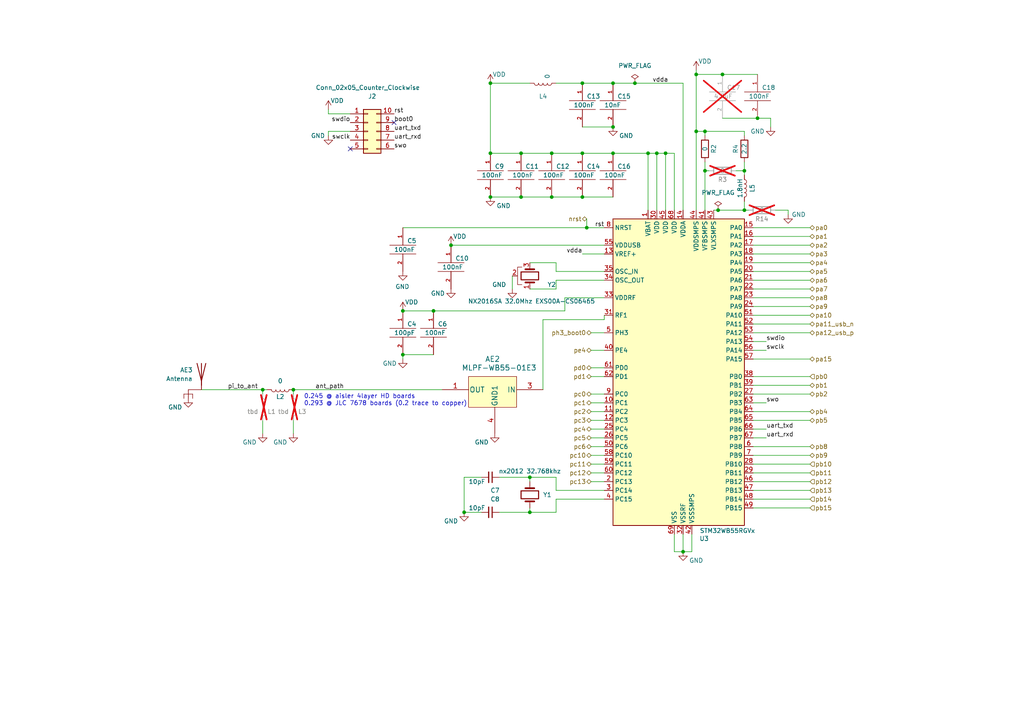
<source format=kicad_sch>
(kicad_sch (version 20231120) (generator "eeschema") (generator_version "8.0")
  (paper "A4")
  (title_block (date "2024-10-14") (rev "1.0.0") (company "ws"))
  (lib_symbols
    (symbol "Connector_Generic:Conn_02x05_Counter_Clockwise" (pin_names (offset 1.016) hide)
      (property "Reference" "J" (at 1.27 7.62 0))
      (property "Value" "Conn_02x05_Counter_Clockwise" (at 1.27 -7.62 0))
      (symbol "Conn_02x05_Counter_Clockwise_1_1"
        (rectangle (start -1.27 -4.953) (end 0 -5.207) (stroke (width 0.1524)))
        (rectangle (start -1.27 -2.413) (end 0 -2.667) (stroke (width 0.1524)))
        (rectangle (start -1.27 0.127) (end 0 -0.127) (stroke (width 0.1524)))
        (rectangle (start -1.27 2.667) (end 0 2.413) (stroke (width 0.1524)))
        (rectangle (start -1.27 5.207) (end 0 4.953) (stroke (width 0.1524)))
        (rectangle (start -1.27 6.35) (end 3.81 -6.35) (stroke (width 0.254)) (fill (type background)))
        (rectangle (start 3.81 -4.953) (end 2.54 -5.207) (stroke (width 0.1524)))
        (rectangle (start 3.81 -2.413) (end 2.54 -2.667) (stroke (width 0.1524)))
        (rectangle (start 3.81 0.127) (end 2.54 -0.127) (stroke (width 0.1524)))
        (rectangle (start 3.81 2.667) (end 2.54 2.413) (stroke (width 0.1524)))
        (rectangle (start 3.81 5.207) (end 2.54 4.953) (stroke (width 0.1524)))
        (pin passive line (at -5.08 5.08 0) (length 3.81) (name "Pin_1") (number "1"))
        (pin passive line (at 7.62 5.08 180) (length 3.81) (name "Pin_10") (number "10"))
        (pin passive line (at -5.08 2.54 0) (length 3.81) (name "Pin_2") (number "2"))
        (pin passive line (at -5.08 0 0) (length 3.81) (name "Pin_3") (number "3"))
        (pin passive line (at -5.08 -2.54 0) (length 3.81) (name "Pin_4") (number "4"))
        (pin passive line (at -5.08 -5.08 0) (length 3.81) (name "Pin_5") (number "5"))
        (pin passive line (at 7.62 -5.08 180) (length 3.81) (name "Pin_6") (number "6"))
        (pin passive line (at 7.62 -2.54 180) (length 3.81) (name "Pin_7") (number "7"))
        (pin passive line (at 7.62 0 180) (length 3.81) (name "Pin_8") (number "8"))
        (pin passive line (at 7.62 2.54 180) (length 3.81) (name "Pin_9") (number "9"))
      )
    )
    (symbol "Device:Antenna" (pin_numbers hide) (pin_names (offset 1.016) hide)
      (property "Reference" "AE3" (at -2.54 0.6351 0))
      (property "Value" "Antenna" (at -2.54 -1.9049 0))
      (symbol "Antenna_0_1"
        (polyline (pts (xy -5.08 -6.35) (xy -5.08 -7.62)))
        (polyline (pts (xy -3.81 -5.08) (xy 0 -5.08)))
        (polyline (pts (xy -2.54 -6.35) (xy -5.08 -6.35)))
        (polyline (pts (xy -2.54 -6.35) (xy -2.54 -7.62)))
        (polyline (pts (xy 0 2.54) (xy 0 -3.81)) (stroke (width 0.254)))
        (polyline (pts (xy 1.27 2.54) (xy 0 -2.54) (xy -1.27 2.54)) (stroke (width 0.254)))
      )
      (symbol "Antenna_1_1"
        (pin input line (at 0 -5.08 90) (length 2.54) (name "A") (number "1"))
        (pin unspecified line (at -3.81 -7.62 90) (length 2.54) (name "gnd") (number "2"))
      )
    )
    (symbol "Device:C_Small" (pin_numbers hide) (pin_names (offset 0.254) hide)
      (property "Reference" "C" (at 0.254 1.778 0))
      (property "Value" "C_Small" (at 0.254 -2.032 0))
      (symbol "C_Small_0_1"
        (polyline (pts (xy -1.524 -0.508) (xy 1.524 -0.508)) (stroke (width 0.3302)))
        (polyline (pts (xy -1.524 0.508) (xy 1.524 0.508)) (stroke (width 0.3048)))
      )
      (symbol "C_Small_1_1"
        (pin passive line (at 0 2.54 270) (length 2.032) (name "~") (number "1"))
        (pin passive line (at 0 -2.54 90) (length 2.032) (name "~") (number "2"))
      )
    )
    (symbol "Device:Crystal" (pin_numbers hide) (pin_names (offset 1.016) hide)
      (property "Reference" "Y" (at 0 3.81 0))
      (property "Value" "Crystal" (at 0 -3.81 0))
      (symbol "Crystal_0_1"
        (rectangle (start -1.143 2.54) (end 1.143 -2.54) (stroke (width 0.3048)))
        (polyline (pts (xy -2.54 0) (xy -1.905 0)))
        (polyline (pts (xy -1.905 -1.27) (xy -1.905 1.27)) (stroke (width 0.508)))
        (polyline (pts (xy 1.905 -1.27) (xy 1.905 1.27)) (stroke (width 0.508)))
        (polyline (pts (xy 2.54 0) (xy 1.905 0)))
      )
      (symbol "Crystal_1_1"
        (pin passive line (at -3.81 0 0) (length 1.27) (name "1") (number "1"))
        (pin passive line (at 3.81 0 180) (length 1.27) (name "2") (number "2"))
      )
    )
    (symbol "Device:Crystal_GND2" (pin_names (offset 1.016) hide)
      (property "Reference" "Y" (at 0 5.715 0))
      (property "Value" "Crystal_GND2" (at 0 3.81 0))
      (symbol "Crystal_GND2_0_1"
        (rectangle (start -1.143 2.54) (end 1.143 -2.54) (stroke (width 0.3048)))
        (polyline (pts (xy -2.54 0) (xy -1.905 0)))
        (polyline (pts (xy -1.905 -1.27) (xy -1.905 1.27)) (stroke (width 0.508)))
        (polyline (pts (xy 0 -3.81) (xy 0 -3.556)))
        (polyline (pts (xy 1.905 0) (xy 2.54 0)))
        (polyline (pts (xy 1.905 1.27) (xy 1.905 -1.27)) (stroke (width 0.508)))
        (polyline (pts (xy -2.54 -2.286) (xy -2.54 -3.556) (xy 2.54 -3.556) (xy 2.54 -2.286)))
      )
      (symbol "Crystal_GND2_1_1"
        (pin passive line (at -3.81 0 0) (length 1.27) (name "1") (number "1"))
        (pin passive line (at 0 -5.08 90) (length 1.27) (name "2") (number "2"))
        (pin passive line (at 3.81 0 180) (length 1.27) (name "3") (number "3"))
      )
    )
    (symbol "Device:L" (pin_numbers hide) (pin_names (offset 1.016) hide)
      (property "Reference" "L" (at -1.27 0 90))
      (property "Value" "L" (at 1.905 0 90))
      (symbol "L_0_1"
        (arc (start 0 -2.54) (mid 0.6323 -1.905) (end 0 -1.27))
        (arc (start 0 -1.27) (mid 0.6323 -0.635) (end 0 0))
        (arc (start 0 0) (mid 0.6323 0.635) (end 0 1.27))
        (arc (start 0 1.27) (mid 0.6323 1.905) (end 0 2.54))
      )
      (symbol "L_1_1"
        (pin passive line (at 0 3.81 270) (length 1.27) (name "1") (number "1"))
        (pin passive line (at 0 -3.81 90) (length 1.27) (name "2") (number "2"))
      )
    )
    (symbol "Device:R" (pin_numbers hide) (pin_names (offset 0))
      (property "Reference" "R" (at 2.032 0 90))
      (property "Value" "R" (at 0 0 90))
      (symbol "R_0_1"
        (rectangle (start -1.016 -2.54) (end 1.016 2.54) (stroke (width 0.254)))
      )
      (symbol "R_1_1"
        (pin passive line (at 0 3.81 270) (length 1.27) (name "~") (number "1"))
        (pin passive line (at 0 -3.81 90) (length 1.27) (name "~") (number "2"))
      )
    )
    (symbol "MCU_ST_STM32WB:STM32WB55RGVx"
      (property "Reference" "U10" (at 7.2741 -46.99 0))
      (property "Value" "STM32WB55RGVx" (at 7.2741 -48.26 0))
      (symbol "STM32WB55RGVx_0_1"
        (rectangle (start -17.78 45.72) (end 20.32 -43.18) (stroke (width 0.254)) (fill (type background)))
      )
      (symbol "STM32WB55RGVx_1_1"
        (pin power_in line (at -7.62 48.26 270) (length 2.54) (name "VBAT") (number "1"))
        (pin bidirectional line (at -20.32 -7.62 0) (length 2.54) (name "PC1") (number "10"))
        (pin bidirectional line (at -20.32 -10.16 0) (length 2.54) (name "PC2") (number "11"))
        (pin bidirectional line (at -20.32 -12.7 0) (length 2.54) (name "PC3") (number "12"))
        (pin input line (at -20.32 35.56 0) (length 2.54) (name "VREF+") (number "13"))
        (pin power_in line (at 2.54 48.26 270) (length 2.54) (name "VDDA") (number "14"))
        (pin bidirectional line (at 22.86 43.18 180) (length 2.54) (name "PA0") (number "15"))
        (pin bidirectional line (at 22.86 40.64 180) (length 2.54) (name "PA1") (number "16"))
        (pin bidirectional line (at 22.86 38.1 180) (length 2.54) (name "PA2") (number "17"))
        (pin bidirectional line (at 22.86 35.56 180) (length 2.54) (name "PA3") (number "18"))
        (pin bidirectional line (at 22.86 33.02 180) (length 2.54) (name "PA4") (number "19"))
        (pin bidirectional line (at -20.32 -30.48 0) (length 2.54) (name "PC13") (number "2"))
        (pin bidirectional line (at 22.86 30.48 180) (length 2.54) (name "PA5") (number "20"))
        (pin bidirectional line (at 22.86 27.94 180) (length 2.54) (name "PA6") (number "21"))
        (pin bidirectional line (at 22.86 25.4 180) (length 2.54) (name "PA7") (number "22"))
        (pin bidirectional line (at 22.86 22.86 180) (length 2.54) (name "PA8") (number "23"))
        (pin bidirectional line (at 22.86 20.32 180) (length 2.54) (name "PA9") (number "24"))
        (pin bidirectional line (at -20.32 -15.24 0) (length 2.54) (name "PC4") (number "25"))
        (pin bidirectional line (at -20.32 -17.78 0) (length 2.54) (name "PC5") (number "26"))
        (pin bidirectional line (at 22.86 -5.08 180) (length 2.54) (name "PB2") (number "27"))
        (pin bidirectional line (at 22.86 -25.4 180) (length 2.54) (name "PB10") (number "28"))
        (pin bidirectional line (at 22.86 -27.94 180) (length 2.54) (name "PB11") (number "29"))
        (pin bidirectional line (at -20.32 -33.02 0) (length 2.54) (name "PC14") (number "3"))
        (pin power_in line (at -5.08 48.26 270) (length 2.54) (name "VDD") (number "30"))
        (pin bidirectional line (at -20.32 17.78 0) (length 2.54) (name "RF1") (number "31"))
        (pin power_in line (at 2.54 -45.72 90) (length 2.54) (name "VSSRF") (number "32"))
        (pin power_in line (at -20.32 22.86 0) (length 2.54) (name "VDDRF") (number "33"))
        (pin input line (at -20.32 27.94 0) (length 2.54) (name "OSC_OUT") (number "34"))
        (pin input line (at -20.32 30.48 0) (length 2.54) (name "OSC_IN") (number "35"))
        (pin no_connect line (at -17.78 -43.18 0) (length 2.54) hide (name "AT0") (number "36"))
        (pin no_connect line (at -17.78 -40.64 0) (length 2.54) hide (name "AT1") (number "37"))
        (pin bidirectional line (at 22.86 0 180) (length 2.54) (name "PB0") (number "38"))
        (pin bidirectional line (at 22.86 -2.54 180) (length 2.54) (name "PB1") (number "39"))
        (pin bidirectional line (at -20.32 -35.56 0) (length 2.54) (name "PC15") (number "4"))
        (pin bidirectional line (at -20.32 7.62 0) (length 2.54) (name "PE4") (number "40"))
        (pin input line (at 8.89 48.26 270) (length 2.54) (name "VFBSMPS") (number "41"))
        (pin power_in line (at 5.08 -45.72 90) (length 2.54) (name "VSSSMPS") (number "42"))
        (pin power_in line (at 11.43 48.26 270) (length 2.54) (name "VLXSMPS") (number "43"))
        (pin power_in line (at 6.35 48.26 270) (length 2.54) (name "VDDSMPS") (number "44"))
        (pin power_in line (at -2.54 48.26 270) (length 2.54) (name "VDD") (number "45"))
        (pin bidirectional line (at 22.86 -30.48 180) (length 2.54) (name "PB12") (number "46"))
        (pin bidirectional line (at 22.86 -33.02 180) (length 2.54) (name "PB13") (number "47"))
        (pin bidirectional line (at 22.86 -35.56 180) (length 2.54) (name "PB14") (number "48"))
        (pin bidirectional line (at 22.86 -38.1 180) (length 2.54) (name "PB15") (number "49"))
        (pin bidirectional line (at -20.32 12.7 0) (length 2.54) (name "PH3") (number "5"))
        (pin bidirectional line (at -20.32 -20.32 0) (length 2.54) (name "PC6") (number "50"))
        (pin bidirectional line (at 22.86 17.78 180) (length 2.54) (name "PA10") (number "51"))
        (pin bidirectional line (at 22.86 15.24 180) (length 2.54) (name "PA11") (number "52"))
        (pin bidirectional line (at 22.86 12.7 180) (length 2.54) (name "PA12") (number "53"))
        (pin bidirectional line (at 22.86 10.16 180) (length 2.54) (name "PA13") (number "54"))
        (pin power_in line (at -20.32 38.1 0) (length 2.54) (name "VDDUSB") (number "55"))
        (pin bidirectional line (at 22.86 7.62 180) (length 2.54) (name "PA14") (number "56"))
        (pin bidirectional line (at 22.86 5.08 180) (length 2.54) (name "PA15") (number "57"))
        (pin bidirectional line (at -20.32 -22.86 0) (length 2.54) (name "PC10") (number "58"))
        (pin bidirectional line (at -20.32 -25.4 0) (length 2.54) (name "PC11") (number "59"))
        (pin bidirectional line (at 22.86 -20.32 180) (length 2.54) (name "PB8") (number "6"))
        (pin bidirectional line (at -20.32 -27.94 0) (length 2.54) (name "PC12") (number "60"))
        (pin bidirectional line (at -20.32 2.54 0) (length 2.54) (name "PD0") (number "61"))
        (pin bidirectional line (at -20.32 0 0) (length 2.54) (name "PD1") (number "62"))
        (pin bidirectional line (at 22.86 -7.62 180) (length 2.54) (name "PB3") (number "63"))
        (pin bidirectional line (at 22.86 -10.16 180) (length 2.54) (name "PB4") (number "64"))
        (pin bidirectional line (at 22.86 -12.7 180) (length 2.54) (name "PB5") (number "65"))
        (pin bidirectional line (at 22.86 -15.24 180) (length 2.54) (name "PB6") (number "66"))
        (pin bidirectional line (at 22.86 -17.78 180) (length 2.54) (name "PB7") (number "67"))
        (pin power_in line (at 0 48.26 270) (length 2.54) (name "VDD") (number "68"))
        (pin power_in line (at 0 -45.72 90) (length 2.54) (name "VSS") (number "69"))
        (pin bidirectional line (at 22.86 -22.86 180) (length 2.54) (name "PB9") (number "7"))
        (pin input line (at -20.32 43.18 0) (length 2.54) (name "NRST") (number "8"))
        (pin bidirectional line (at -20.32 -5.08 0) (length 2.54) (name "PC0") (number "9"))
      )
    )
    (symbol "power:GND" (power) (pin_names (offset 0))
      (property "Value" "GND" (at 0 -3.81 0))
      (symbol "GND_0_1"
        (polyline (pts (xy 0 0) (xy 0 -1.27) (xy 1.27 -1.27) (xy 0 -2.54) (xy -1.27 -1.27) (xy 0 -1.27)))
      )
      (symbol "GND_1_1"
        (pin power_in line (at 0 0 270) (length 0) hide (name "GND") (number "1"))
      )
    )
    (symbol "power:PWR_FLAG" (power) (pin_numbers hide) (pin_names (offset 0) hide)
      (property "Value" "PWR_FLAG" (at 0 3.81 0))
      (symbol "PWR_FLAG_0_0"
        (pin power_out line (at 0 0 90) (length 0) (name "~") (number "1"))
      )
      (symbol "PWR_FLAG_0_1"
        (polyline (pts (xy 0 0) (xy 0 1.27) (xy -1.016 1.905) (xy 0 2.54) (xy 1.016 1.905) (xy 0 1.27)))
      )
    )
    (symbol "power:VDD" (power) (pin_names (offset 0))
      (property "Value" "VDD" (at 0 3.81 0))
      (symbol "VDD_0_1"
        (polyline (pts (xy -0.762 1.27) (xy 0 2.54)))
        (polyline (pts (xy 0 0) (xy 0 2.54)))
        (polyline (pts (xy 0 2.54) (xy 0.762 1.27)))
      )
      (symbol "VDD_1_1"
        (pin power_in line (at 0 0 90) (length 0) hide (name "VDD") (number "1"))
      )
    )
    (symbol "pspice:CAP" (pin_names (offset 0.254))
      (property "Reference" "C" (at 2.54 3.81 90))
      (property "Value" "CAP" (at 2.54 -3.81 90))
      (symbol "CAP_0_1"
        (polyline (pts (xy -3.81 -1.27) (xy 3.81 -1.27)))
        (polyline (pts (xy -3.81 1.27) (xy 3.81 1.27)))
      )
      (symbol "CAP_1_1"
        (pin passive line (at 0 6.35 270) (length 5.08) (name "~") (number "1"))
        (pin passive line (at 0 -6.35 90) (length 5.08) (name "~") (number "2"))
      )
    )
    (symbol "wb10_st:MLPF-WB55-01E3" (pin_names (offset 0.254))
      (property "Reference" "AE" (at 20.32 10.16 0))
      (property "Value" "MLPF-WB55-01E3" (at 20.32 7.62 0))
      (symbol "MLPF-WB55-01E3_1_1"
        (rectangle (start 7.62 0) (end 21.59 -8.89) (fill (type background)))
        (pin input line (at 29.21 -3.81 180) (length 7.62) (name "OUT") (number "1"))
        (pin power_in line (at 13.97 -16.51 90) (length 7.62) hide (name "GND4") (number "2"))
        (pin output line (at 0 -3.81 0) (length 7.62) (name "IN") (number "3"))
        (pin power_in line (at 13.97 -16.51 90) (length 7.62) (name "GND1") (number "4"))
        (pin power_in line (at 13.97 -16.51 90) (length 7.62) hide (name "GND2") (number "5"))
        (pin power_in line (at 13.97 -16.51 90) (length 7.62) hide (name "GND3") (number "6"))
      )
    )
  )
  (junction (at 168.91 44.45))
  (junction (at 160.02 57.15))
  (junction (at 168.91 24.13))
  (junction (at 85.09 113.03))
  (junction (at 201.93 38.1))
  (junction (at 151.13 44.45))
  (junction (at 209.55 21.59))
  (junction (at 187.96 44.45))
  (junction (at 125.73 90.17))
  (junction (at 151.13 57.15))
  (junction (at 142.24 57.15))
  (junction (at 177.8 24.13))
  (junction (at 116.84 90.17))
  (junction (at 219.71 34.29))
  (junction (at 168.91 57.15))
  (junction (at 130.81 71.12))
  (junction (at 142.24 24.13))
  (junction (at 190.5 44.45))
  (junction (at 177.8 36.83))
  (junction (at 153.67 148.59))
  (junction (at 160.02 44.45))
  (junction (at 215.9 49.53))
  (junction (at 204.47 38.1))
  (junction (at 76.2 113.03))
  (junction (at 198.12 160.02))
  (junction (at 201.93 21.59))
  (junction (at 215.9 60.96))
  (junction (at 134.62 148.59))
  (junction (at 116.84 102.87))
  (junction (at 153.67 138.43))
  (junction (at 208.28 60.96))
  (junction (at 193.04 44.45))
  (junction (at 142.24 44.45))
  (junction (at 177.8 44.45))
  (junction (at 184.15 24.13))
  (junction (at 204.47 49.53))
  (junction (at 170.18 66.04))
  (no_connect (at 114.3 35.56))
  (no_connect (at 101.6 43.18))
  (wire (pts (xy 222.25 101.6) (xy 218.44 101.6)))
  (wire (pts (xy 161.29 144.78) (xy 161.29 148.59)))
  (wire (pts (xy 148.59 80.01) (xy 148.59 83.82)))
  (wire (pts (xy 190.5 44.45) (xy 193.04 44.45)))
  (wire (pts (xy 218.44 81.28) (xy 234.95 81.28)))
  (wire (pts (xy 171.45 139.7) (xy 175.26 139.7)))
  (wire (pts (xy 85.09 114.3) (xy 85.09 113.03)))
  (wire (pts (xy 201.93 21.59) (xy 201.93 38.1)))
  (wire (pts (xy 184.15 24.13) (xy 198.12 24.13)))
  (wire (pts (xy 218.44 78.74) (xy 234.95 78.74)))
  (wire (pts (xy 76.2 121.92) (xy 76.2 125.73)))
  (wire (pts (xy 218.44 111.76) (xy 234.95 111.76)))
  (wire (pts (xy 160.02 44.45) (xy 168.91 44.45)))
  (wire (pts (xy 228.6 60.96) (xy 228.6 62.23)))
  (wire (pts (xy 208.28 60.96) (xy 207.01 60.96)))
  (wire (pts (xy 215.9 46.99) (xy 215.9 49.53)))
  (wire (pts (xy 177.8 44.45) (xy 187.96 44.45)))
  (wire (pts (xy 153.67 148.59) (xy 161.29 148.59)))
  (wire (pts (xy 217.17 60.96) (xy 215.9 60.96)))
  (wire (pts (xy 161.29 24.13) (xy 168.91 24.13)))
  (wire (pts (xy 85.09 121.92) (xy 85.09 125.73)))
  (wire (pts (xy 171.45 96.52) (xy 175.26 96.52)))
  (wire (pts (xy 171.45 106.68) (xy 175.26 106.68)))
  (wire (pts (xy 171.45 132.08) (xy 175.26 132.08)))
  (wire (pts (xy 218.44 132.08) (xy 234.95 132.08)))
  (wire (pts (xy 168.91 36.83) (xy 177.8 36.83)))
  (wire (pts (xy 201.93 21.59) (xy 209.55 21.59)))
  (wire (pts (xy 204.47 39.37) (xy 204.47 38.1)))
  (wire (pts (xy 218.44 139.7) (xy 234.95 139.7)))
  (wire (pts (xy 201.93 20.32) (xy 201.93 21.59)))
  (wire (pts (xy 175.26 92.71) (xy 175.26 91.44)))
  (wire (pts (xy 95.25 38.1) (xy 95.25 39.37)))
  (wire (pts (xy 171.45 129.54) (xy 175.26 129.54)))
  (wire (pts (xy 160.02 57.15) (xy 168.91 57.15)))
  (wire (pts (xy 95.25 33.02) (xy 95.25 31.75)))
  (wire (pts (xy 204.47 38.1) (xy 201.93 38.1)))
  (wire (pts (xy 218.44 127) (xy 222.25 127)))
  (wire (pts (xy 77.47 113.03) (xy 76.2 113.03)))
  (wire (pts (xy 116.84 102.87) (xy 125.73 102.87)))
  (wire (pts (xy 171.45 119.38) (xy 175.26 119.38)))
  (wire (pts (xy 201.93 38.1) (xy 201.93 60.96)))
  (wire (pts (xy 116.84 66.04) (xy 170.18 66.04)))
  (wire (pts (xy 175.26 73.66) (xy 168.91 73.66)))
  (wire (pts (xy 200.66 160.02) (xy 198.12 160.02)))
  (wire (pts (xy 198.12 160.02) (xy 195.58 160.02)))
  (wire (pts (xy 101.6 33.02) (xy 95.25 33.02)))
  (wire (pts (xy 209.55 34.29) (xy 219.71 34.29)))
  (wire (pts (xy 187.96 44.45) (xy 187.96 60.96)))
  (wire (pts (xy 153.67 138.43) (xy 144.78 138.43)))
  (wire (pts (xy 224.79 60.96) (xy 228.6 60.96)))
  (wire (pts (xy 218.44 116.84) (xy 222.25 116.84)))
  (wire (pts (xy 218.44 86.36) (xy 234.95 86.36)))
  (wire (pts (xy 151.13 57.15) (xy 160.02 57.15)))
  (wire (pts (xy 171.45 121.92) (xy 175.26 121.92)))
  (wire (pts (xy 116.84 90.17) (xy 125.73 90.17)))
  (wire (pts (xy 218.44 121.92) (xy 234.95 121.92)))
  (wire (pts (xy 125.73 90.17) (xy 163.83 90.17)))
  (wire (pts (xy 215.9 49.53) (xy 215.9 50.8)))
  (wire (pts (xy 215.9 60.96) (xy 208.28 60.96)))
  (wire (pts (xy 161.29 81.28) (xy 175.26 81.28)))
  (wire (pts (xy 218.44 88.9) (xy 234.95 88.9)))
  (wire (pts (xy 218.44 137.16) (xy 234.95 137.16)))
  (wire (pts (xy 218.44 66.04) (xy 234.95 66.04)))
  (wire (pts (xy 163.83 90.17) (xy 163.83 86.36)))
  (wire (pts (xy 153.67 83.82) (xy 161.29 83.82)))
  (wire (pts (xy 153.67 139.7) (xy 153.67 138.43)))
  (wire (pts (xy 142.24 24.13) (xy 153.67 24.13)))
  (wire (pts (xy 218.44 114.3) (xy 234.95 114.3)))
  (wire (pts (xy 171.45 114.3) (xy 175.26 114.3)))
  (wire (pts (xy 218.44 104.14) (xy 234.95 104.14)))
  (wire (pts (xy 213.36 49.53) (xy 215.9 49.53)))
  (wire (pts (xy 200.66 154.94) (xy 200.66 160.02)))
  (wire (pts (xy 218.44 83.82) (xy 234.95 83.82)))
  (wire (pts (xy 161.29 83.82) (xy 161.29 81.28)))
  (wire (pts (xy 85.09 113.03) (xy 128.27 113.03)))
  (wire (pts (xy 168.91 57.15) (xy 177.8 57.15)))
  (wire (pts (xy 187.96 44.45) (xy 190.5 44.45)))
  (wire (pts (xy 171.45 137.16) (xy 175.26 137.16)))
  (wire (pts (xy 170.18 63.5) (xy 170.18 66.04)))
  (wire (pts (xy 168.91 44.45) (xy 177.8 44.45)))
  (wire (pts (xy 218.44 91.44) (xy 234.95 91.44)))
  (wire (pts (xy 171.45 109.22) (xy 175.26 109.22)))
  (wire (pts (xy 101.6 38.1) (xy 95.25 38.1)))
  (wire (pts (xy 218.44 73.66) (xy 234.95 73.66)))
  (wire (pts (xy 215.9 39.37) (xy 215.9 38.1)))
  (wire (pts (xy 218.44 124.46) (xy 222.25 124.46)))
  (wire (pts (xy 142.24 57.15) (xy 151.13 57.15)))
  (wire (pts (xy 153.67 147.32) (xy 153.67 148.59)))
  (wire (pts (xy 142.24 44.45) (xy 151.13 44.45)))
  (wire (pts (xy 157.48 92.71) (xy 157.48 113.03)))
  (wire (pts (xy 161.29 78.74) (xy 175.26 78.74)))
  (wire (pts (xy 168.91 24.13) (xy 177.8 24.13)))
  (wire (pts (xy 170.18 66.04) (xy 175.26 66.04)))
  (wire (pts (xy 171.45 116.84) (xy 175.26 116.84)))
  (wire (pts (xy 218.44 109.22) (xy 234.95 109.22)))
  (wire (pts (xy 76.2 114.3) (xy 76.2 113.03)))
  (wire (pts (xy 218.44 93.98) (xy 234.95 93.98)))
  (wire (pts (xy 222.25 99.06) (xy 218.44 99.06)))
  (wire (pts (xy 218.44 71.12) (xy 234.95 71.12)))
  (wire (pts (xy 157.48 92.71) (xy 175.26 92.71)))
  (wire (pts (xy 171.45 134.62) (xy 175.26 134.62)))
  (wire (pts (xy 151.13 44.45) (xy 160.02 44.45)))
  (wire (pts (xy 198.12 154.94) (xy 198.12 160.02)))
  (wire (pts (xy 218.44 68.58) (xy 234.95 68.58)))
  (wire (pts (xy 218.44 147.32) (xy 234.95 147.32)))
  (wire (pts (xy 195.58 60.96) (xy 195.58 44.45)))
  (wire (pts (xy 177.8 24.13) (xy 184.15 24.13)))
  (wire (pts (xy 190.5 44.45) (xy 190.5 60.96)))
  (wire (pts (xy 139.7 138.43) (xy 134.62 138.43)))
  (wire (pts (xy 218.44 144.78) (xy 234.95 144.78)))
  (wire (pts (xy 161.29 76.2) (xy 153.67 76.2)))
  (wire (pts (xy 193.04 44.45) (xy 195.58 44.45)))
  (wire (pts (xy 171.45 124.46) (xy 175.26 124.46)))
  (wire (pts (xy 223.52 34.29) (xy 223.52 36.83)))
  (wire (pts (xy 161.29 144.78) (xy 175.26 144.78)))
  (wire (pts (xy 171.45 101.6) (xy 175.26 101.6)))
  (wire (pts (xy 116.84 104.14) (xy 116.84 102.87)))
  (wire (pts (xy 215.9 58.42) (xy 215.9 60.96)))
  (wire (pts (xy 218.44 76.2) (xy 234.95 76.2)))
  (wire (pts (xy 204.47 49.53) (xy 205.74 49.53)))
  (wire (pts (xy 223.52 34.29) (xy 219.71 34.29)))
  (wire (pts (xy 58.42 113.03) (xy 76.2 113.03)))
  (wire (pts (xy 163.83 86.36) (xy 175.26 86.36)))
  (wire (pts (xy 161.29 142.24) (xy 161.29 138.43)))
  (wire (pts (xy 142.24 24.13) (xy 142.24 44.45)))
  (wire (pts (xy 161.29 76.2) (xy 161.29 78.74)))
  (wire (pts (xy 134.62 138.43) (xy 134.62 148.59)))
  (wire (pts (xy 198.12 24.13) (xy 198.12 60.96)))
  (wire (pts (xy 195.58 160.02) (xy 195.58 154.94)))
  (wire (pts (xy 209.55 21.59) (xy 219.71 21.59)))
  (wire (pts (xy 204.47 46.99) (xy 204.47 49.53)))
  (wire (pts (xy 144.78 148.59) (xy 153.67 148.59)))
  (wire (pts (xy 204.47 49.53) (xy 204.47 60.96)))
  (wire (pts (xy 218.44 134.62) (xy 234.95 134.62)))
  (wire (pts (xy 193.04 44.45) (xy 193.04 60.96)))
  (wire (pts (xy 171.45 127) (xy 175.26 127)))
  (wire (pts (xy 161.29 142.24) (xy 175.26 142.24)))
  (wire (pts (xy 218.44 96.52) (xy 234.95 96.52)))
  (wire (pts (xy 218.44 142.24) (xy 234.95 142.24)))
  (wire (pts (xy 130.81 71.12) (xy 175.26 71.12)))
  (wire (pts (xy 218.44 129.54) (xy 234.95 129.54)))
  (wire (pts (xy 218.44 119.38) (xy 234.95 119.38)))
  (wire (pts (xy 153.67 138.43) (xy 161.29 138.43)))
  (wire (pts (xy 139.7 148.59) (xy 134.62 148.59)))
  (wire (pts (xy 204.47 38.1) (xy 215.9 38.1)))
  (text "0.245 @ aisler 4layer HD boards\n0.293 @ JLC 7678 boards (0.2 trace to copper)\n " (at 88.138 119.888 0) (effects (font (size 1.27 1.27)) (justify left bottom)))
  (label "ant_path" (at 91.44 113.03 0))
  (label "swclk" (at 222.25 101.6 0))
  (label "pi_to_ant" (at 66.04 113.03 0))
  (label "vdda" (at 168.91 73.66 180))
  (label "swdio" (at 101.6 35.56 180))
  (label "uart_txd" (at 222.25 124.46 0))
  (label "rst" (at 114.3 33.02 0))
  (label "vdda" (at 189.23 24.13 0))
  (label "uart_txd" (at 114.3 38.1 0))
  (label "swo" (at 222.25 116.84 0))
  (label "swo" (at 114.3 43.18 0))
  (label "swclk" (at 101.6 40.64 180))
  (label "rst" (at 175.26 66.04 180))
  (label "swdio" (at 222.25 99.06 0))
  (label "uart_rxd" (at 114.3 40.64 0))
  (label "boot0" (at 114.3 35.56 0))
  (label "uart_rxd" (at 222.25 127 0))
  (hierarchical_label "pb4" (shape bidirectional) (at 234.95 119.38 0))
  (hierarchical_label "pa2" (shape bidirectional) (at 234.95 71.12 0))
  (hierarchical_label "pa0" (shape bidirectional) (at 234.95 66.04 0))
  (hierarchical_label "pa7" (shape bidirectional) (at 234.95 83.82 0))
  (hierarchical_label "pb13" (shape input) (at 234.95 142.24 0))
  (hierarchical_label "pc13" (shape bidirectional) (at 171.45 139.7 180))
  (hierarchical_label "ph3_boot0" (shape bidirectional) (at 171.45 96.52 180))
  (hierarchical_label "pa12_usb_p" (shape bidirectional) (at 234.95 96.52 0))
  (hierarchical_label "pd0" (shape bidirectional) (at 171.45 106.68 180))
  (hierarchical_label "pa1" (shape bidirectional) (at 234.95 68.58 0))
  (hierarchical_label "pb9" (shape bidirectional) (at 234.95 132.08 0))
  (hierarchical_label "pa15" (shape bidirectional) (at 234.95 104.14 0))
  (hierarchical_label "pb5" (shape bidirectional) (at 234.95 121.92 0))
  (hierarchical_label "pa10" (shape bidirectional) (at 234.95 91.44 0))
  (hierarchical_label "pa6" (shape bidirectional) (at 234.95 81.28 0))
  (hierarchical_label "pd1" (shape bidirectional) (at 171.45 109.22 180))
  (hierarchical_label "pc5" (shape bidirectional) (at 171.45 127 180))
  (hierarchical_label "pc11" (shape bidirectional) (at 171.45 134.62 180))
  (hierarchical_label "pa11_usb_n" (shape bidirectional) (at 234.95 93.98 0))
  (hierarchical_label "pc1" (shape bidirectional) (at 171.45 116.84 180))
  (hierarchical_label "pb2" (shape bidirectional) (at 234.95 114.3 0))
  (hierarchical_label "pa4" (shape bidirectional) (at 234.95 76.2 0))
  (hierarchical_label "nrst" (shape bidirectional) (at 170.18 63.5 180))
  (hierarchical_label "pa9" (shape bidirectional) (at 234.95 88.9 0))
  (hierarchical_label "pc4" (shape bidirectional) (at 171.45 124.46 180))
  (hierarchical_label "pb10" (shape input) (at 234.95 134.62 0))
  (hierarchical_label "pc2" (shape bidirectional) (at 171.45 119.38 180))
  (hierarchical_label "pb14" (shape input) (at 234.95 144.78 0))
  (hierarchical_label "pc3" (shape bidirectional) (at 171.45 121.92 180))
  (hierarchical_label "pc0" (shape bidirectional) (at 171.45 114.3 180))
  (hierarchical_label "pb1" (shape bidirectional) (at 234.95 111.76 0))
  (hierarchical_label "pe4" (shape bidirectional) (at 171.45 101.6 180))
  (hierarchical_label "pb11" (shape input) (at 234.95 137.16 0))
  (hierarchical_label "pa8" (shape bidirectional) (at 234.95 86.36 0))
  (hierarchical_label "pc10" (shape bidirectional) (at 171.45 132.08 180))
  (hierarchical_label "pa5" (shape bidirectional) (at 234.95 78.74 0))
  (hierarchical_label "pb0" (shape input) (at 234.95 109.22 0))
  (hierarchical_label "pb12" (shape input) (at 234.95 139.7 0))
  (hierarchical_label "pb8" (shape bidirectional) (at 234.95 129.54 0))
  (hierarchical_label "pa3" (shape bidirectional) (at 234.95 73.66 0))
  (hierarchical_label "pc12" (shape bidirectional) (at 171.45 137.16 180))
  (hierarchical_label "pc6" (shape bidirectional) (at 171.45 129.54 180))
  (hierarchical_label "pb15" (shape input) (at 234.95 147.32 0))
  (symbol (lib_id "pspice:CAP") (at 168.91 30.48 0) (unit 1)
    (property "Reference" "C13" (at 170.18 27.94 0) (effects (justify left)))
    (property "Value" "100nF" (at 166.37 30.48 0) (effects (justify left)))
    (property "Footprint" "Capacitor_SMD:C_0402_1005Metric" (effects (hide yes)))
    (property "LCSC" "C1525" (effects (hide yes)))
  )
  (symbol (lib_id "power:GND") (at 142.24 57.15 0) (unit 1)
    (property "Reference" "#PWR0110" (effects (hide yes)))
    (property "Value" "GND" (at 146.05 59.69 0))
  )
  (symbol (lib_id "Device:R") (at 209.55 49.53 90) (mirror x) (unit 1) (dnp yes)
    (property "Reference" "R3" (at 209.55 52.07 90))
    (property "Value" "0" (at 209.55 49.53 90))
    (property "Footprint" "Resistor_SMD:R_0402_1005Metric" (effects (hide yes)))
  )
  (symbol (lib_id "pspice:CAP") (at 130.81 77.47 0) (unit 1)
    (property "Reference" "C10" (at 132.08 74.93 0) (effects (justify left)))
    (property "Value" "100nF" (at 128.27 77.47 0) (effects (justify left)))
    (property "Footprint" "Capacitor_SMD:C_0402_1005Metric" (effects (hide yes)))
    (property "LCSC" "C1525" (effects (hide yes)))
  )
  (symbol (lib_id "pspice:CAP") (at 219.71 27.94 0) (unit 1)
    (property "Reference" "C18" (at 220.98 25.4 0) (effects (justify left)))
    (property "Value" "100nF" (at 217.17 27.94 0) (effects (justify left)))
    (property "Footprint" "Capacitor_SMD:C_0402_1005Metric" (effects (hide yes)))
    (property "LCSC" "C1525" (effects (hide yes)))
  )
  (symbol (lib_id "power:PWR_FLAG") (at 184.15 24.13 0) (unit 1)
    (property "Reference" "#FLG02" (effects (hide yes)))
    (property "Value" "PWR_FLAG" (at 184.15 19.05 0))
    (property "Description" "Special symbol for telling ERC where power comes from" (effects (hide yes)))
  )
  (symbol (lib_id "power:VDD") (at 142.24 24.13 0) (unit 1)
    (property "Reference" "#PWR0116" (effects (hide yes)))
    (property "Value" "VDD" (at 144.78 21.59 0))
  )
  (symbol (lib_id "power:GND") (at 116.84 78.74 0) (mirror y) (unit 1)
    (property "Reference" "#PWR0115" (effects (hide yes)))
    (property "Value" "GND" (at 116.713 83.1342 0))
  )
  (symbol (lib_id "power:GND") (at 143.51 125.73 0) (mirror y) (unit 1)
    (property "Reference" "#PWR0107" (effects (hide yes)))
    (property "Value" "GND" (at 139.7 128.27 0))
  )
  (symbol (lib_id "pspice:CAP") (at 142.24 50.8 0) (unit 1)
    (property "Reference" "C9" (at 143.51 48.26 0) (effects (justify left)))
    (property "Value" "100nF" (at 139.7 50.8 0) (effects (justify left)))
    (property "Footprint" "Capacitor_SMD:C_0402_1005Metric" (effects (hide yes)))
    (property "LCSC" "C1525" (effects (hide yes)))
  )
  (symbol (lib_id "power:GND") (at 130.81 83.82 0) (unit 1)
    (property "Reference" "#PWR0113" (effects (hide yes)))
    (property "Value" "GND" (at 127 85.09 0))
  )
  (symbol (lib_id "power:VDD") (at 116.84 90.17 0) (unit 1)
    (property "Reference" "#PWR0114" (effects (hide yes)))
    (property "Value" "VDD" (at 119.38 87.63 0))
  )
  (symbol (lib_id "power:GND") (at 177.8 36.83 0) (unit 1)
    (property "Reference" "#PWR0105" (effects (hide yes)))
    (property "Value" "GND" (at 181.61 39.37 0))
  )
  (symbol (lib_id "power:GND") (at 223.52 36.83 0) (unit 1)
    (property "Reference" "#PWR0101" (effects (hide yes)))
    (property "Value" "GND" (at 219.71 38.1 0))
  )
  (symbol (lib_id "power:GND") (at 85.09 125.73 0) (mirror y) (unit 1)
    (property "Reference" "#PWR0119" (effects (hide yes)))
    (property "Value" "GND" (at 81.28 128.27 0))
  )
  (symbol (lib_id "Device:R") (at 204.47 43.18 0) (mirror y) (unit 1)
    (property "Reference" "R2" (at 207.01 43.18 90))
    (property "Value" "0" (at 204.47 43.18 90))
    (property "Footprint" "Resistor_SMD:R_0402_1005Metric" (effects (hide yes)))
    (property "LCSC" "C17168" (effects (hide yes)))
  )
  (symbol (lib_id "Connector_Generic:Conn_02x05_Counter_Clockwise") (at 106.68 38.1 0) (unit 1)
    (property "Reference" "J2" (at 107.95 27.94 0))
    (property "Value" "Conn_02x05_Counter_Clockwise" (at 106.68 25.4 0))
    (property "Footprint" "Connector:Tag-Connect_TC2050-IDC-NL_2x05_P1.27mm_Vertical" (effects (hide yes)))
  )
  (symbol (lib_id "Device:Crystal") (at 153.67 143.51 270) (mirror x) (unit 1)
    (property "Reference" "Y1" (at 158.75 143.51 90))
    (property "Value" "nx2012 32.768khz" (at 153.67 136.652 90))
    (property "Footprint" "Crystal:Crystal_SMD_2012-2Pin_2.0x1.2mm" (effects (hide yes)))
  )
  (symbol (lib_id "power:VDD") (at 95.25 31.75 0) (unit 1)
    (property "Reference" "#PWR0111" (effects (hide yes)))
    (property "Value" "VDD" (at 97.79 29.21 0))
  )
  (symbol (lib_id "Device:C_Small") (at 142.24 148.59 270) (mirror x) (unit 1)
    (property "Reference" "C8" (at 142.24 144.78 90) (effects (justify left)))
    (property "Value" "10pF" (at 135.89 147.32 90) (effects (justify left)))
    (property "Footprint" "Capacitor_SMD:C_0402_1005Metric" (effects (hide yes)))
    (property "JLCPCB" "C1547" (effects (hide yes)))
    (property "LCSC" "C1547" (effects (hide yes)))
  )
  (symbol (lib_id "pspice:CAP") (at 177.8 50.8 0) (unit 1)
    (property "Reference" "C16" (at 179.07 48.26 0) (effects (justify left)))
    (property "Value" "100nF" (at 175.26 50.8 0) (effects (justify left)))
    (property "Footprint" "Capacitor_SMD:C_0402_1005Metric" (effects (hide yes)))
    (property "LCSC" "C1525" (effects (hide yes)))
  )
  (symbol (lib_id "Device:Crystal_GND2") (at 153.67 80.01 270) (mirror x) (unit 1)
    (property "Reference" "Y2" (at 160.02 82.55 90))
    (property "Value" "NX2016SA 32.0Mhz EXS00A-CS06465" (at 154.178 87.376 90))
    (property "Footprint" "Crystal:Crystal_SMD_2016-4Pin_2.0x1.6mm" (effects (hide yes)))
    (property "LCSC" "C1986260" (effects (hide yes)))
  )
  (symbol (lib_id "Device:L") (at 157.48 24.13 270) (unit 1)
    (property "Reference" "L4" (at 158.75 27.94 90) (effects (justify right)))
    (property "Value" "0" (at 158.7499 22.86 0) (effects (justify right)))
    (property "Footprint" "Inductor_SMD:L_0402_1005Metric" (effects (hide yes)))
    (property "LCSC" "C17168" (effects (hide yes)))
  )
  (symbol (lib_id "power:GND") (at 76.2 125.73 0) (mirror y) (unit 1)
    (property "Reference" "#PWR0120" (effects (hide yes)))
    (property "Value" "GND" (at 72.39 128.27 0))
  )
  (symbol (lib_id "power:GND") (at 134.62 148.59 0) (mirror y) (unit 1)
    (property "Reference" "#PWR0106" (effects (hide yes)))
    (property "Value" "GND" (at 130.81 151.13 0))
  )
  (symbol (lib_id "pspice:CAP") (at 168.91 50.8 0) (unit 1)
    (property "Reference" "C14" (at 170.18 48.26 0) (effects (justify left)))
    (property "Value" "100nF" (at 166.37 50.8 0) (effects (justify left)))
    (property "Footprint" "Capacitor_SMD:C_0402_1005Metric" (effects (hide yes)))
    (property "LCSC" "C1525" (effects (hide yes)))
  )
  (symbol (lib_id "Device:L") (at 215.9 54.61 0) (unit 1)
    (property "Reference" "L5" (at 218.186 54.61 90))
    (property "Value" "1.8nH" (at 214.63 54.61 90))
    (property "Footprint" "Inductor_SMD:L_0603_1608Metric" (effects (hide yes)))
    (property "LCSC" "C77107" (effects (hide yes)))
  )
  (symbol (lib_id "power:PWR_FLAG") (at 208.28 60.96 0) (unit 1)
    (property "Reference" "#FLG05" (effects (hide yes)))
    (property "Value" "PWR_FLAG" (at 208.28 55.88 0))
    (property "Description" "Special symbol for telling ERC where power comes from" (effects (hide yes)))
  )
  (symbol (lib_id "power:GND") (at 95.25 39.37 0) (mirror y) (unit 1)
    (property "Reference" "#PWR0109" (effects (hide yes)))
    (property "Value" "GND" (at 90.17 39.37 0) (effects (justify right)))
  )
  (symbol (lib_id "pspice:CAP") (at 116.84 96.52 0) (unit 1)
    (property "Reference" "C4" (at 118.11 93.98 0) (effects (justify left)))
    (property "Value" "100pF" (at 114.3 96.52 0) (effects (justify left)))
    (property "Footprint" "Capacitor_SMD:C_0402_1005Metric" (effects (hide yes)))
    (property "LCSC" "C1546" (effects (hide yes)))
  )
  (symbol (lib_id "MCU_ST_STM32WB:STM32WB55RGVx") (at 195.58 109.22 0) (unit 1)
    (property "Reference" "U3" (at 202.8541 156.21 0) (effects (justify left)))
    (property "Value" "STM32WB55RGVx" (at 202.946 153.924 0) (effects (justify left)))
    (property "Footprint" "Package_DFN_QFN:QFN-68-1EP_8x8mm_P0.4mm_EP6.4x6.4mm" (effects (hide yes)))
    (property "Datasheet" "https://www.st.com/resource/en/datasheet/stm32wb55rg.pdf" (effects (hide yes)))
    (property "Description" "STMicroelectronics Arm Cortex-M4 MCU, 1024KB flash, 256KB RAM, 64 MHz, 1.71-3.6V, 49 GPIO, VFQFPN68" (effects (hide yes)))
    (property "LCSC" "C401505" (effects (hide yes)))
  )
  (symbol (lib_id "Device:L") (at 85.09 118.11 0) (mirror x) (unit 1) (dnp yes)
    (property "Reference" "L3" (at 88.9 119.38 0) (effects (justify right)))
    (property "Value" "tbd" (at 83.82 119.3799 0) (effects (justify right)))
    (property "Footprint" "Inductor_SMD:L_0402_1005Metric" (effects (hide yes)))
  )
  (symbol (lib_id "power:VDD") (at 201.93 20.32 0) (unit 1)
    (property "Reference" "#PWR0102" (effects (hide yes)))
    (property "Value" "VDD" (at 204.47 17.78 0))
  )
  (symbol (lib_id "pspice:CAP") (at 125.73 96.52 0) (unit 1)
    (property "Reference" "C6" (at 127 93.98 0) (effects (justify left)))
    (property "Value" "100nF" (at 123.19 96.52 0) (effects (justify left)))
    (property "Footprint" "Capacitor_SMD:C_0402_1005Metric" (effects (hide yes)))
    (property "LCSC" "C1525" (effects (hide yes)))
  )
  (symbol (lib_id "power:GND") (at 148.59 83.82 0) (mirror y) (unit 1)
    (property "Reference" "#PWR0112" (effects (hide yes)))
    (property "Value" "GND" (at 144.78 82.55 0))
  )
  (symbol (lib_id "power:GND") (at 54.61 115.57 0) (mirror y) (unit 1)
    (property "Reference" "#PWR06" (effects (hide yes)))
    (property "Value" "GND" (at 50.8 118.11 0))
  )
  (symbol (lib_id "power:GND") (at 198.12 160.02 0) (unit 1)
    (property "Reference" "#PWR0104" (effects (hide yes)))
    (property "Value" "GND" (at 201.93 162.56 0))
  )
  (symbol (lib_id "pspice:CAP") (at 177.8 30.48 0) (unit 1)
    (property "Reference" "C15" (at 179.07 27.94 0) (effects (justify left)))
    (property "Value" "10nF" (at 175.26 30.48 0) (effects (justify left)))
    (property "Footprint" "Capacitor_SMD:C_0402_1005Metric" (effects (hide yes)))
    (property "LCSC" "C15195" (effects (hide yes)))
  )
  (symbol (lib_id "power:GND") (at 116.84 104.14 0) (unit 1)
    (property "Reference" "#PWR0118" (effects (hide yes)))
    (property "Value" "GND" (at 113.03 105.41 0))
  )
  (symbol (lib_id "pspice:CAP") (at 151.13 50.8 0) (unit 1)
    (property "Reference" "C11" (at 152.4 48.26 0) (effects (justify left)))
    (property "Value" "100nF" (at 148.59 50.8 0) (effects (justify left)))
    (property "Footprint" "Capacitor_SMD:C_0402_1005Metric" (effects (hide yes)))
    (property "LCSC" "C1525" (effects (hide yes)))
  )
  (symbol (lib_id "wb10_st:MLPF-WB55-01E3") (at 157.48 109.22 0) (mirror y) (unit 1)
    (property "Reference" "AE2" (at 142.875 104.14 0) (effects (font (size 1.524 1.524))))
    (property "Value" "MLPF-WB55-01E3" (at 144.78 106.68 0) (effects (font (size 1.524 1.524))))
    (property "Footprint" "wb10_st:MLPF-WB55-01E3" (effects (hide yes)))
    (property "LCSC" "C2651048" (effects (hide yes)))
  )
  (symbol (lib_id "Device:L") (at 76.2 118.11 0) (mirror x) (unit 1) (dnp yes)
    (property "Reference" "L1" (at 80.01 119.38 0) (effects (justify right)))
    (property "Value" "tbd" (at 74.93 119.3799 0) (effects (justify right)))
    (property "Footprint" "Inductor_SMD:L_0402_1005Metric" (effects (hide yes)))
    (property "LCSC" "C19666" (effects (hide yes)))
  )
  (symbol (lib_id "Device:R") (at 215.9 43.18 0) (mirror y) (unit 1)
    (property "Reference" "R4" (at 213.36 43.18 90))
    (property "Value" "2.2" (at 215.9 43.18 90))
    (property "Footprint" "Resistor_SMD:R_0402_1005Metric" (effects (hide yes)))
    (property "LCSC" "C25158" (effects (hide yes)))
  )
  (symbol (lib_id "pspice:CAP") (at 116.84 72.39 0) (unit 1)
    (property "Reference" "C5" (at 118.11 69.85 0) (effects (justify left)))
    (property "Value" "100nF" (at 114.3 72.39 0) (effects (justify left)))
    (property "Footprint" "Capacitor_SMD:C_0402_1005Metric" (effects (hide yes)))
    (property "LCSC" "C1525" (effects (hide yes)))
  )
  (symbol (lib_id "power:VDD") (at 130.81 71.12 0) (unit 1)
    (property "Reference" "#PWR0117" (effects (hide yes)))
    (property "Value" "VDD" (at 133.35 68.58 0))
  )
  (symbol (lib_id "Device:L") (at 81.28 113.03 90) (mirror x) (unit 1)
    (property "Reference" "L2" (at 81.28 115.062 90))
    (property "Value" "0" (at 81.28 110.49 90))
    (property "Footprint" "Inductor_SMD:L_0402_1005Metric" (effects (hide yes)))
    (property "LCSC" "C19666" (effects (hide yes)))
  )
  (symbol (lib_id "power:GND") (at 228.6 62.23 0) (unit 1)
    (property "Reference" "#PWR0103" (effects (hide yes)))
    (property "Value" "GND" (at 231.648 62.23 0))
  )
  (symbol (lib_id "pspice:CAP") (at 209.55 27.94 0) (unit 1) (dnp yes)
    (property "Reference" "C17" (at 210.82 25.4 0) (effects (justify left)))
    (property "Value" "4.7uF" (at 207.01 27.94 0) (effects (justify left)))
    (property "Footprint" "Capacitor_SMD:C_0603_1608Metric" (effects (hide yes)))
    (property "LCSC" "C19666" (effects (hide yes)))
    (property "pn" "C19666 " (effects (hide yes)))
  )
  (symbol (lib_id "Device:C_Small") (at 142.24 138.43 270) (mirror x) (unit 1)
    (property "Reference" "C7" (at 142.24 142.24 90) (effects (justify left)))
    (property "Value" "10pF" (at 135.89 139.7 90) (effects (justify left)))
    (property "Footprint" "Capacitor_SMD:C_0402_1005Metric" (effects (hide yes)))
    (property "JLCPCB" "C1547" (effects (hide yes)))
    (property "LCSC" "C1547" (effects (hide yes)))
  )
  (symbol (lib_id "Device:Antenna") (at 58.42 107.95 0) (unit 1) (in_bom no)
    (property "Reference" "AE3" (at 55.88 107.3149 0) (effects (justify right)))
    (property "Value" "Antenna" (at 55.88 109.8549 0) (effects (justify right)))
    (property "Footprint" "RF_Antenna:Texas_SWRA117D_2.4GHz_Left" (effects (hide yes)))
  )
  (symbol (lib_id "pspice:CAP") (at 160.02 50.8 0) (unit 1)
    (property "Reference" "C12" (at 161.29 48.26 0) (effects (justify left)))
    (property "Value" "100nF" (at 157.48 50.8 0) (effects (justify left)))
    (property "Footprint" "Capacitor_SMD:C_0402_1005Metric" (effects (hide yes)))
    (property "LCSC" "C1525" (effects (hide yes)))
  )
  (symbol (lib_id "Device:R") (at 220.98 60.96 90) (mirror x) (unit 1) (dnp yes)
    (property "Reference" "R14" (at 220.98 63.5 90))
    (property "Value" "0" (at 220.98 60.96 90))
    (property "Footprint" "Resistor_SMD:R_0402_1005Metric" (effects (hide yes)))
    (property "LCSC" "C25767" (effects (hide yes)))
  )
)
</source>
